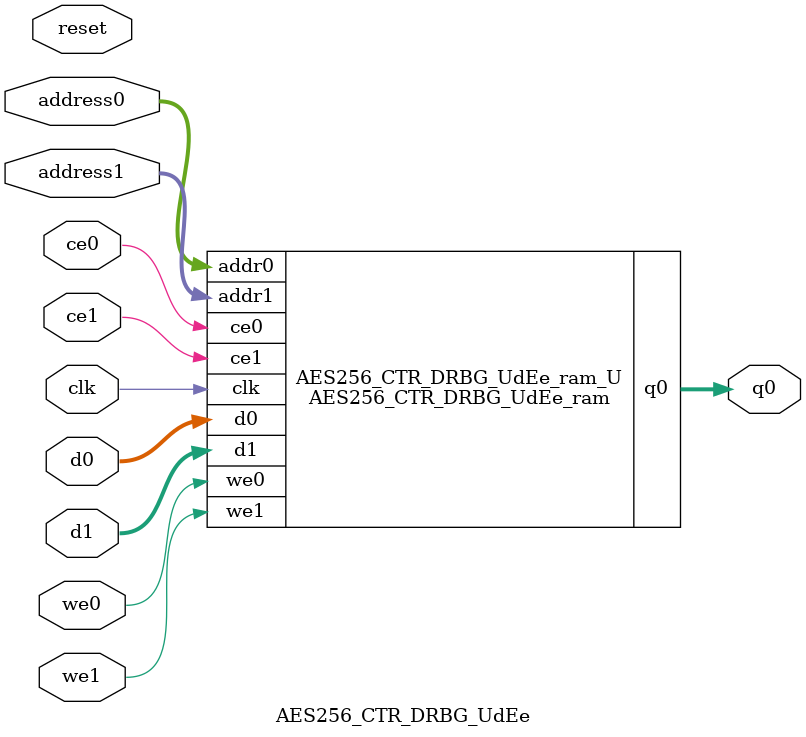
<source format=v>
`timescale 1 ns / 1 ps
module AES256_CTR_DRBG_UdEe_ram (addr0, ce0, d0, we0, q0, addr1, ce1, d1, we1,  clk);

parameter DWIDTH = 8;
parameter AWIDTH = 6;
parameter MEM_SIZE = 48;

input[AWIDTH-1:0] addr0;
input ce0;
input[DWIDTH-1:0] d0;
input we0;
output reg[DWIDTH-1:0] q0;
input[AWIDTH-1:0] addr1;
input ce1;
input[DWIDTH-1:0] d1;
input we1;
input clk;

(* ram_style = "block" *)reg [DWIDTH-1:0] ram[0:MEM_SIZE-1];




always @(posedge clk)  
begin 
    if (ce0) begin
        if (we0) 
            ram[addr0] <= d0; 
        q0 <= ram[addr0];
    end
end


always @(posedge clk)  
begin 
    if (ce1) begin
        if (we1) 
            ram[addr1] <= d1; 
    end
end


endmodule

`timescale 1 ns / 1 ps
module AES256_CTR_DRBG_UdEe(
    reset,
    clk,
    address0,
    ce0,
    we0,
    d0,
    q0,
    address1,
    ce1,
    we1,
    d1);

parameter DataWidth = 32'd8;
parameter AddressRange = 32'd48;
parameter AddressWidth = 32'd6;
input reset;
input clk;
input[AddressWidth - 1:0] address0;
input ce0;
input we0;
input[DataWidth - 1:0] d0;
output[DataWidth - 1:0] q0;
input[AddressWidth - 1:0] address1;
input ce1;
input we1;
input[DataWidth - 1:0] d1;



AES256_CTR_DRBG_UdEe_ram AES256_CTR_DRBG_UdEe_ram_U(
    .clk( clk ),
    .addr0( address0 ),
    .ce0( ce0 ),
    .we0( we0 ),
    .d0( d0 ),
    .q0( q0 ),
    .addr1( address1 ),
    .ce1( ce1 ),
    .we1( we1 ),
    .d1( d1 ));

endmodule


</source>
